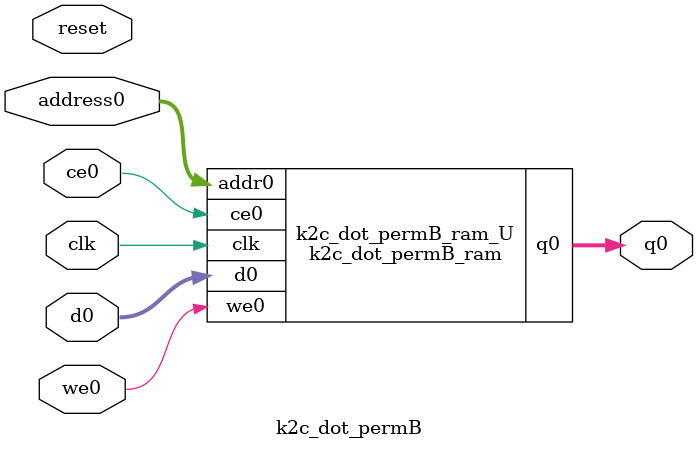
<source format=v>

`timescale 1 ns / 1 ps
module k2c_dot_permB_ram (addr0, ce0, d0, we0, q0,  clk);

parameter DWIDTH = 64;
parameter AWIDTH = 3;
parameter MEM_SIZE = 5;

input[AWIDTH-1:0] addr0;
input ce0;
input[DWIDTH-1:0] d0;
input we0;
output reg[DWIDTH-1:0] q0;
input clk;

(* ram_style = "distributed" *)reg [DWIDTH-1:0] ram[0:MEM_SIZE-1];




always @(posedge clk)  
begin 
    if (ce0) 
    begin
        if (we0) 
        begin 
            ram[addr0] <= d0; 
            q0 <= d0;
        end 
        else 
            q0 <= ram[addr0];
    end
end


endmodule


`timescale 1 ns / 1 ps
module k2c_dot_permB(
    reset,
    clk,
    address0,
    ce0,
    we0,
    d0,
    q0);

parameter DataWidth = 32'd64;
parameter AddressRange = 32'd5;
parameter AddressWidth = 32'd3;
input reset;
input clk;
input[AddressWidth - 1:0] address0;
input ce0;
input we0;
input[DataWidth - 1:0] d0;
output[DataWidth - 1:0] q0;



k2c_dot_permB_ram k2c_dot_permB_ram_U(
    .clk( clk ),
    .addr0( address0 ),
    .ce0( ce0 ),
    .we0( we0 ),
    .d0( d0 ),
    .q0( q0 ));

endmodule


</source>
